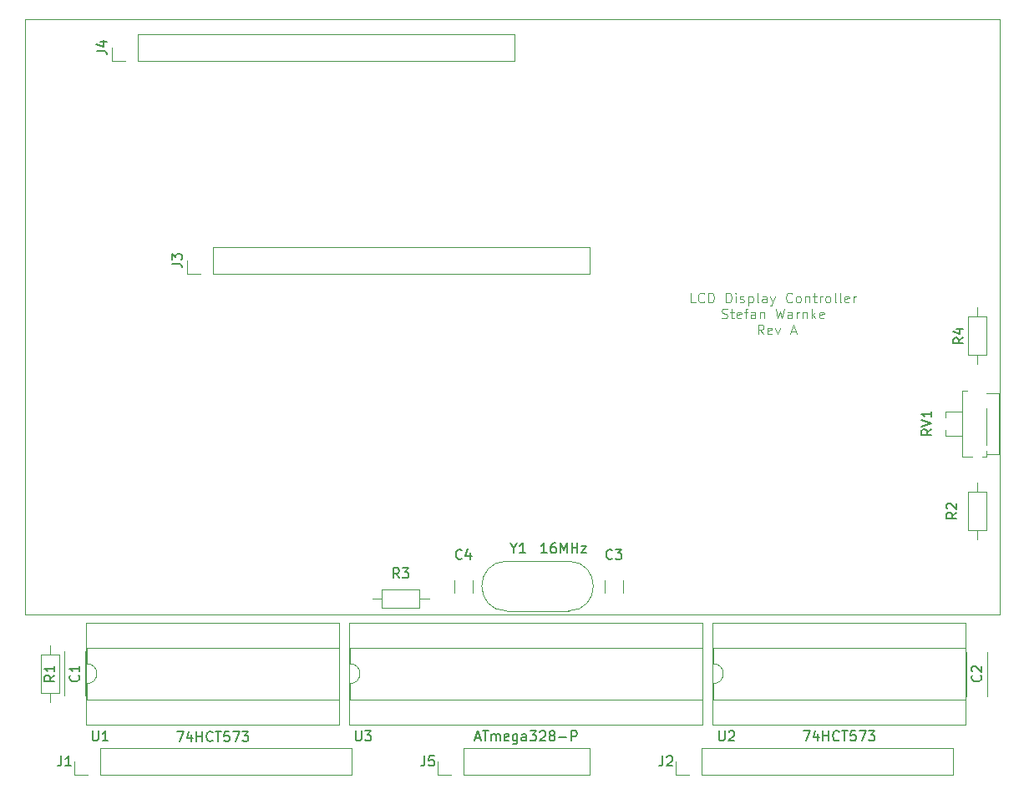
<source format=gbr>
%TF.GenerationSoftware,KiCad,Pcbnew,9.0.6*%
%TF.CreationDate,2025-12-13T09:12:38-08:00*%
%TF.ProjectId,LCDdisplayController,4c434464-6973-4706-9c61-79436f6e7472,rev?*%
%TF.SameCoordinates,Original*%
%TF.FileFunction,Legend,Top*%
%TF.FilePolarity,Positive*%
%FSLAX46Y46*%
G04 Gerber Fmt 4.6, Leading zero omitted, Abs format (unit mm)*
G04 Created by KiCad (PCBNEW 9.0.6) date 2025-12-13 09:12:38*
%MOMM*%
%LPD*%
G01*
G04 APERTURE LIST*
%ADD10C,0.100000*%
%ADD11C,0.150000*%
%ADD12C,0.120000*%
G04 APERTURE END LIST*
D10*
X36830000Y-32717500D02*
X135636000Y-32717500D01*
X135636000Y-93042500D01*
X36830000Y-93042500D01*
X36830000Y-32717500D01*
X104791902Y-61422531D02*
X104315712Y-61422531D01*
X104315712Y-61422531D02*
X104315712Y-60422531D01*
X105696664Y-61327292D02*
X105649045Y-61374912D01*
X105649045Y-61374912D02*
X105506188Y-61422531D01*
X105506188Y-61422531D02*
X105410950Y-61422531D01*
X105410950Y-61422531D02*
X105268093Y-61374912D01*
X105268093Y-61374912D02*
X105172855Y-61279673D01*
X105172855Y-61279673D02*
X105125236Y-61184435D01*
X105125236Y-61184435D02*
X105077617Y-60993959D01*
X105077617Y-60993959D02*
X105077617Y-60851102D01*
X105077617Y-60851102D02*
X105125236Y-60660626D01*
X105125236Y-60660626D02*
X105172855Y-60565388D01*
X105172855Y-60565388D02*
X105268093Y-60470150D01*
X105268093Y-60470150D02*
X105410950Y-60422531D01*
X105410950Y-60422531D02*
X105506188Y-60422531D01*
X105506188Y-60422531D02*
X105649045Y-60470150D01*
X105649045Y-60470150D02*
X105696664Y-60517769D01*
X106125236Y-61422531D02*
X106125236Y-60422531D01*
X106125236Y-60422531D02*
X106363331Y-60422531D01*
X106363331Y-60422531D02*
X106506188Y-60470150D01*
X106506188Y-60470150D02*
X106601426Y-60565388D01*
X106601426Y-60565388D02*
X106649045Y-60660626D01*
X106649045Y-60660626D02*
X106696664Y-60851102D01*
X106696664Y-60851102D02*
X106696664Y-60993959D01*
X106696664Y-60993959D02*
X106649045Y-61184435D01*
X106649045Y-61184435D02*
X106601426Y-61279673D01*
X106601426Y-61279673D02*
X106506188Y-61374912D01*
X106506188Y-61374912D02*
X106363331Y-61422531D01*
X106363331Y-61422531D02*
X106125236Y-61422531D01*
X107887141Y-61422531D02*
X107887141Y-60422531D01*
X107887141Y-60422531D02*
X108125236Y-60422531D01*
X108125236Y-60422531D02*
X108268093Y-60470150D01*
X108268093Y-60470150D02*
X108363331Y-60565388D01*
X108363331Y-60565388D02*
X108410950Y-60660626D01*
X108410950Y-60660626D02*
X108458569Y-60851102D01*
X108458569Y-60851102D02*
X108458569Y-60993959D01*
X108458569Y-60993959D02*
X108410950Y-61184435D01*
X108410950Y-61184435D02*
X108363331Y-61279673D01*
X108363331Y-61279673D02*
X108268093Y-61374912D01*
X108268093Y-61374912D02*
X108125236Y-61422531D01*
X108125236Y-61422531D02*
X107887141Y-61422531D01*
X108887141Y-61422531D02*
X108887141Y-60755864D01*
X108887141Y-60422531D02*
X108839522Y-60470150D01*
X108839522Y-60470150D02*
X108887141Y-60517769D01*
X108887141Y-60517769D02*
X108934760Y-60470150D01*
X108934760Y-60470150D02*
X108887141Y-60422531D01*
X108887141Y-60422531D02*
X108887141Y-60517769D01*
X109315712Y-61374912D02*
X109410950Y-61422531D01*
X109410950Y-61422531D02*
X109601426Y-61422531D01*
X109601426Y-61422531D02*
X109696664Y-61374912D01*
X109696664Y-61374912D02*
X109744283Y-61279673D01*
X109744283Y-61279673D02*
X109744283Y-61232054D01*
X109744283Y-61232054D02*
X109696664Y-61136816D01*
X109696664Y-61136816D02*
X109601426Y-61089197D01*
X109601426Y-61089197D02*
X109458569Y-61089197D01*
X109458569Y-61089197D02*
X109363331Y-61041578D01*
X109363331Y-61041578D02*
X109315712Y-60946340D01*
X109315712Y-60946340D02*
X109315712Y-60898721D01*
X109315712Y-60898721D02*
X109363331Y-60803483D01*
X109363331Y-60803483D02*
X109458569Y-60755864D01*
X109458569Y-60755864D02*
X109601426Y-60755864D01*
X109601426Y-60755864D02*
X109696664Y-60803483D01*
X110172855Y-60755864D02*
X110172855Y-61755864D01*
X110172855Y-60803483D02*
X110268093Y-60755864D01*
X110268093Y-60755864D02*
X110458569Y-60755864D01*
X110458569Y-60755864D02*
X110553807Y-60803483D01*
X110553807Y-60803483D02*
X110601426Y-60851102D01*
X110601426Y-60851102D02*
X110649045Y-60946340D01*
X110649045Y-60946340D02*
X110649045Y-61232054D01*
X110649045Y-61232054D02*
X110601426Y-61327292D01*
X110601426Y-61327292D02*
X110553807Y-61374912D01*
X110553807Y-61374912D02*
X110458569Y-61422531D01*
X110458569Y-61422531D02*
X110268093Y-61422531D01*
X110268093Y-61422531D02*
X110172855Y-61374912D01*
X111220474Y-61422531D02*
X111125236Y-61374912D01*
X111125236Y-61374912D02*
X111077617Y-61279673D01*
X111077617Y-61279673D02*
X111077617Y-60422531D01*
X112029998Y-61422531D02*
X112029998Y-60898721D01*
X112029998Y-60898721D02*
X111982379Y-60803483D01*
X111982379Y-60803483D02*
X111887141Y-60755864D01*
X111887141Y-60755864D02*
X111696665Y-60755864D01*
X111696665Y-60755864D02*
X111601427Y-60803483D01*
X112029998Y-61374912D02*
X111934760Y-61422531D01*
X111934760Y-61422531D02*
X111696665Y-61422531D01*
X111696665Y-61422531D02*
X111601427Y-61374912D01*
X111601427Y-61374912D02*
X111553808Y-61279673D01*
X111553808Y-61279673D02*
X111553808Y-61184435D01*
X111553808Y-61184435D02*
X111601427Y-61089197D01*
X111601427Y-61089197D02*
X111696665Y-61041578D01*
X111696665Y-61041578D02*
X111934760Y-61041578D01*
X111934760Y-61041578D02*
X112029998Y-60993959D01*
X112410951Y-60755864D02*
X112649046Y-61422531D01*
X112887141Y-60755864D02*
X112649046Y-61422531D01*
X112649046Y-61422531D02*
X112553808Y-61660626D01*
X112553808Y-61660626D02*
X112506189Y-61708245D01*
X112506189Y-61708245D02*
X112410951Y-61755864D01*
X114601427Y-61327292D02*
X114553808Y-61374912D01*
X114553808Y-61374912D02*
X114410951Y-61422531D01*
X114410951Y-61422531D02*
X114315713Y-61422531D01*
X114315713Y-61422531D02*
X114172856Y-61374912D01*
X114172856Y-61374912D02*
X114077618Y-61279673D01*
X114077618Y-61279673D02*
X114029999Y-61184435D01*
X114029999Y-61184435D02*
X113982380Y-60993959D01*
X113982380Y-60993959D02*
X113982380Y-60851102D01*
X113982380Y-60851102D02*
X114029999Y-60660626D01*
X114029999Y-60660626D02*
X114077618Y-60565388D01*
X114077618Y-60565388D02*
X114172856Y-60470150D01*
X114172856Y-60470150D02*
X114315713Y-60422531D01*
X114315713Y-60422531D02*
X114410951Y-60422531D01*
X114410951Y-60422531D02*
X114553808Y-60470150D01*
X114553808Y-60470150D02*
X114601427Y-60517769D01*
X115172856Y-61422531D02*
X115077618Y-61374912D01*
X115077618Y-61374912D02*
X115029999Y-61327292D01*
X115029999Y-61327292D02*
X114982380Y-61232054D01*
X114982380Y-61232054D02*
X114982380Y-60946340D01*
X114982380Y-60946340D02*
X115029999Y-60851102D01*
X115029999Y-60851102D02*
X115077618Y-60803483D01*
X115077618Y-60803483D02*
X115172856Y-60755864D01*
X115172856Y-60755864D02*
X115315713Y-60755864D01*
X115315713Y-60755864D02*
X115410951Y-60803483D01*
X115410951Y-60803483D02*
X115458570Y-60851102D01*
X115458570Y-60851102D02*
X115506189Y-60946340D01*
X115506189Y-60946340D02*
X115506189Y-61232054D01*
X115506189Y-61232054D02*
X115458570Y-61327292D01*
X115458570Y-61327292D02*
X115410951Y-61374912D01*
X115410951Y-61374912D02*
X115315713Y-61422531D01*
X115315713Y-61422531D02*
X115172856Y-61422531D01*
X115934761Y-60755864D02*
X115934761Y-61422531D01*
X115934761Y-60851102D02*
X115982380Y-60803483D01*
X115982380Y-60803483D02*
X116077618Y-60755864D01*
X116077618Y-60755864D02*
X116220475Y-60755864D01*
X116220475Y-60755864D02*
X116315713Y-60803483D01*
X116315713Y-60803483D02*
X116363332Y-60898721D01*
X116363332Y-60898721D02*
X116363332Y-61422531D01*
X116696666Y-60755864D02*
X117077618Y-60755864D01*
X116839523Y-60422531D02*
X116839523Y-61279673D01*
X116839523Y-61279673D02*
X116887142Y-61374912D01*
X116887142Y-61374912D02*
X116982380Y-61422531D01*
X116982380Y-61422531D02*
X117077618Y-61422531D01*
X117410952Y-61422531D02*
X117410952Y-60755864D01*
X117410952Y-60946340D02*
X117458571Y-60851102D01*
X117458571Y-60851102D02*
X117506190Y-60803483D01*
X117506190Y-60803483D02*
X117601428Y-60755864D01*
X117601428Y-60755864D02*
X117696666Y-60755864D01*
X118172857Y-61422531D02*
X118077619Y-61374912D01*
X118077619Y-61374912D02*
X118030000Y-61327292D01*
X118030000Y-61327292D02*
X117982381Y-61232054D01*
X117982381Y-61232054D02*
X117982381Y-60946340D01*
X117982381Y-60946340D02*
X118030000Y-60851102D01*
X118030000Y-60851102D02*
X118077619Y-60803483D01*
X118077619Y-60803483D02*
X118172857Y-60755864D01*
X118172857Y-60755864D02*
X118315714Y-60755864D01*
X118315714Y-60755864D02*
X118410952Y-60803483D01*
X118410952Y-60803483D02*
X118458571Y-60851102D01*
X118458571Y-60851102D02*
X118506190Y-60946340D01*
X118506190Y-60946340D02*
X118506190Y-61232054D01*
X118506190Y-61232054D02*
X118458571Y-61327292D01*
X118458571Y-61327292D02*
X118410952Y-61374912D01*
X118410952Y-61374912D02*
X118315714Y-61422531D01*
X118315714Y-61422531D02*
X118172857Y-61422531D01*
X119077619Y-61422531D02*
X118982381Y-61374912D01*
X118982381Y-61374912D02*
X118934762Y-61279673D01*
X118934762Y-61279673D02*
X118934762Y-60422531D01*
X119601429Y-61422531D02*
X119506191Y-61374912D01*
X119506191Y-61374912D02*
X119458572Y-61279673D01*
X119458572Y-61279673D02*
X119458572Y-60422531D01*
X120363334Y-61374912D02*
X120268096Y-61422531D01*
X120268096Y-61422531D02*
X120077620Y-61422531D01*
X120077620Y-61422531D02*
X119982382Y-61374912D01*
X119982382Y-61374912D02*
X119934763Y-61279673D01*
X119934763Y-61279673D02*
X119934763Y-60898721D01*
X119934763Y-60898721D02*
X119982382Y-60803483D01*
X119982382Y-60803483D02*
X120077620Y-60755864D01*
X120077620Y-60755864D02*
X120268096Y-60755864D01*
X120268096Y-60755864D02*
X120363334Y-60803483D01*
X120363334Y-60803483D02*
X120410953Y-60898721D01*
X120410953Y-60898721D02*
X120410953Y-60993959D01*
X120410953Y-60993959D02*
X119934763Y-61089197D01*
X120839525Y-61422531D02*
X120839525Y-60755864D01*
X120839525Y-60946340D02*
X120887144Y-60851102D01*
X120887144Y-60851102D02*
X120934763Y-60803483D01*
X120934763Y-60803483D02*
X121030001Y-60755864D01*
X121030001Y-60755864D02*
X121125239Y-60755864D01*
X107458570Y-62984856D02*
X107601427Y-63032475D01*
X107601427Y-63032475D02*
X107839522Y-63032475D01*
X107839522Y-63032475D02*
X107934760Y-62984856D01*
X107934760Y-62984856D02*
X107982379Y-62937236D01*
X107982379Y-62937236D02*
X108029998Y-62841998D01*
X108029998Y-62841998D02*
X108029998Y-62746760D01*
X108029998Y-62746760D02*
X107982379Y-62651522D01*
X107982379Y-62651522D02*
X107934760Y-62603903D01*
X107934760Y-62603903D02*
X107839522Y-62556284D01*
X107839522Y-62556284D02*
X107649046Y-62508665D01*
X107649046Y-62508665D02*
X107553808Y-62461046D01*
X107553808Y-62461046D02*
X107506189Y-62413427D01*
X107506189Y-62413427D02*
X107458570Y-62318189D01*
X107458570Y-62318189D02*
X107458570Y-62222951D01*
X107458570Y-62222951D02*
X107506189Y-62127713D01*
X107506189Y-62127713D02*
X107553808Y-62080094D01*
X107553808Y-62080094D02*
X107649046Y-62032475D01*
X107649046Y-62032475D02*
X107887141Y-62032475D01*
X107887141Y-62032475D02*
X108029998Y-62080094D01*
X108315713Y-62365808D02*
X108696665Y-62365808D01*
X108458570Y-62032475D02*
X108458570Y-62889617D01*
X108458570Y-62889617D02*
X108506189Y-62984856D01*
X108506189Y-62984856D02*
X108601427Y-63032475D01*
X108601427Y-63032475D02*
X108696665Y-63032475D01*
X109410951Y-62984856D02*
X109315713Y-63032475D01*
X109315713Y-63032475D02*
X109125237Y-63032475D01*
X109125237Y-63032475D02*
X109029999Y-62984856D01*
X109029999Y-62984856D02*
X108982380Y-62889617D01*
X108982380Y-62889617D02*
X108982380Y-62508665D01*
X108982380Y-62508665D02*
X109029999Y-62413427D01*
X109029999Y-62413427D02*
X109125237Y-62365808D01*
X109125237Y-62365808D02*
X109315713Y-62365808D01*
X109315713Y-62365808D02*
X109410951Y-62413427D01*
X109410951Y-62413427D02*
X109458570Y-62508665D01*
X109458570Y-62508665D02*
X109458570Y-62603903D01*
X109458570Y-62603903D02*
X108982380Y-62699141D01*
X109744285Y-62365808D02*
X110125237Y-62365808D01*
X109887142Y-63032475D02*
X109887142Y-62175332D01*
X109887142Y-62175332D02*
X109934761Y-62080094D01*
X109934761Y-62080094D02*
X110029999Y-62032475D01*
X110029999Y-62032475D02*
X110125237Y-62032475D01*
X110887142Y-63032475D02*
X110887142Y-62508665D01*
X110887142Y-62508665D02*
X110839523Y-62413427D01*
X110839523Y-62413427D02*
X110744285Y-62365808D01*
X110744285Y-62365808D02*
X110553809Y-62365808D01*
X110553809Y-62365808D02*
X110458571Y-62413427D01*
X110887142Y-62984856D02*
X110791904Y-63032475D01*
X110791904Y-63032475D02*
X110553809Y-63032475D01*
X110553809Y-63032475D02*
X110458571Y-62984856D01*
X110458571Y-62984856D02*
X110410952Y-62889617D01*
X110410952Y-62889617D02*
X110410952Y-62794379D01*
X110410952Y-62794379D02*
X110458571Y-62699141D01*
X110458571Y-62699141D02*
X110553809Y-62651522D01*
X110553809Y-62651522D02*
X110791904Y-62651522D01*
X110791904Y-62651522D02*
X110887142Y-62603903D01*
X111363333Y-62365808D02*
X111363333Y-63032475D01*
X111363333Y-62461046D02*
X111410952Y-62413427D01*
X111410952Y-62413427D02*
X111506190Y-62365808D01*
X111506190Y-62365808D02*
X111649047Y-62365808D01*
X111649047Y-62365808D02*
X111744285Y-62413427D01*
X111744285Y-62413427D02*
X111791904Y-62508665D01*
X111791904Y-62508665D02*
X111791904Y-63032475D01*
X112934762Y-62032475D02*
X113172857Y-63032475D01*
X113172857Y-63032475D02*
X113363333Y-62318189D01*
X113363333Y-62318189D02*
X113553809Y-63032475D01*
X113553809Y-63032475D02*
X113791905Y-62032475D01*
X114601428Y-63032475D02*
X114601428Y-62508665D01*
X114601428Y-62508665D02*
X114553809Y-62413427D01*
X114553809Y-62413427D02*
X114458571Y-62365808D01*
X114458571Y-62365808D02*
X114268095Y-62365808D01*
X114268095Y-62365808D02*
X114172857Y-62413427D01*
X114601428Y-62984856D02*
X114506190Y-63032475D01*
X114506190Y-63032475D02*
X114268095Y-63032475D01*
X114268095Y-63032475D02*
X114172857Y-62984856D01*
X114172857Y-62984856D02*
X114125238Y-62889617D01*
X114125238Y-62889617D02*
X114125238Y-62794379D01*
X114125238Y-62794379D02*
X114172857Y-62699141D01*
X114172857Y-62699141D02*
X114268095Y-62651522D01*
X114268095Y-62651522D02*
X114506190Y-62651522D01*
X114506190Y-62651522D02*
X114601428Y-62603903D01*
X115077619Y-63032475D02*
X115077619Y-62365808D01*
X115077619Y-62556284D02*
X115125238Y-62461046D01*
X115125238Y-62461046D02*
X115172857Y-62413427D01*
X115172857Y-62413427D02*
X115268095Y-62365808D01*
X115268095Y-62365808D02*
X115363333Y-62365808D01*
X115696667Y-62365808D02*
X115696667Y-63032475D01*
X115696667Y-62461046D02*
X115744286Y-62413427D01*
X115744286Y-62413427D02*
X115839524Y-62365808D01*
X115839524Y-62365808D02*
X115982381Y-62365808D01*
X115982381Y-62365808D02*
X116077619Y-62413427D01*
X116077619Y-62413427D02*
X116125238Y-62508665D01*
X116125238Y-62508665D02*
X116125238Y-63032475D01*
X116601429Y-63032475D02*
X116601429Y-62032475D01*
X116696667Y-62651522D02*
X116982381Y-63032475D01*
X116982381Y-62365808D02*
X116601429Y-62746760D01*
X117791905Y-62984856D02*
X117696667Y-63032475D01*
X117696667Y-63032475D02*
X117506191Y-63032475D01*
X117506191Y-63032475D02*
X117410953Y-62984856D01*
X117410953Y-62984856D02*
X117363334Y-62889617D01*
X117363334Y-62889617D02*
X117363334Y-62508665D01*
X117363334Y-62508665D02*
X117410953Y-62413427D01*
X117410953Y-62413427D02*
X117506191Y-62365808D01*
X117506191Y-62365808D02*
X117696667Y-62365808D01*
X117696667Y-62365808D02*
X117791905Y-62413427D01*
X117791905Y-62413427D02*
X117839524Y-62508665D01*
X117839524Y-62508665D02*
X117839524Y-62603903D01*
X117839524Y-62603903D02*
X117363334Y-62699141D01*
X111720475Y-64642419D02*
X111387142Y-64166228D01*
X111149047Y-64642419D02*
X111149047Y-63642419D01*
X111149047Y-63642419D02*
X111529999Y-63642419D01*
X111529999Y-63642419D02*
X111625237Y-63690038D01*
X111625237Y-63690038D02*
X111672856Y-63737657D01*
X111672856Y-63737657D02*
X111720475Y-63832895D01*
X111720475Y-63832895D02*
X111720475Y-63975752D01*
X111720475Y-63975752D02*
X111672856Y-64070990D01*
X111672856Y-64070990D02*
X111625237Y-64118609D01*
X111625237Y-64118609D02*
X111529999Y-64166228D01*
X111529999Y-64166228D02*
X111149047Y-64166228D01*
X112529999Y-64594800D02*
X112434761Y-64642419D01*
X112434761Y-64642419D02*
X112244285Y-64642419D01*
X112244285Y-64642419D02*
X112149047Y-64594800D01*
X112149047Y-64594800D02*
X112101428Y-64499561D01*
X112101428Y-64499561D02*
X112101428Y-64118609D01*
X112101428Y-64118609D02*
X112149047Y-64023371D01*
X112149047Y-64023371D02*
X112244285Y-63975752D01*
X112244285Y-63975752D02*
X112434761Y-63975752D01*
X112434761Y-63975752D02*
X112529999Y-64023371D01*
X112529999Y-64023371D02*
X112577618Y-64118609D01*
X112577618Y-64118609D02*
X112577618Y-64213847D01*
X112577618Y-64213847D02*
X112101428Y-64309085D01*
X112910952Y-63975752D02*
X113149047Y-64642419D01*
X113149047Y-64642419D02*
X113387142Y-63975752D01*
X114482381Y-64356704D02*
X114958571Y-64356704D01*
X114387143Y-64642419D02*
X114720476Y-63642419D01*
X114720476Y-63642419D02*
X115053809Y-64642419D01*
D11*
X70358095Y-104864819D02*
X70358095Y-105674342D01*
X70358095Y-105674342D02*
X70405714Y-105769580D01*
X70405714Y-105769580D02*
X70453333Y-105817200D01*
X70453333Y-105817200D02*
X70548571Y-105864819D01*
X70548571Y-105864819D02*
X70739047Y-105864819D01*
X70739047Y-105864819D02*
X70834285Y-105817200D01*
X70834285Y-105817200D02*
X70881904Y-105769580D01*
X70881904Y-105769580D02*
X70929523Y-105674342D01*
X70929523Y-105674342D02*
X70929523Y-104864819D01*
X71310476Y-104864819D02*
X71929523Y-104864819D01*
X71929523Y-104864819D02*
X71596190Y-105245771D01*
X71596190Y-105245771D02*
X71739047Y-105245771D01*
X71739047Y-105245771D02*
X71834285Y-105293390D01*
X71834285Y-105293390D02*
X71881904Y-105341009D01*
X71881904Y-105341009D02*
X71929523Y-105436247D01*
X71929523Y-105436247D02*
X71929523Y-105674342D01*
X71929523Y-105674342D02*
X71881904Y-105769580D01*
X71881904Y-105769580D02*
X71834285Y-105817200D01*
X71834285Y-105817200D02*
X71739047Y-105864819D01*
X71739047Y-105864819D02*
X71453333Y-105864819D01*
X71453333Y-105864819D02*
X71358095Y-105817200D01*
X71358095Y-105817200D02*
X71310476Y-105769580D01*
X82463333Y-105579104D02*
X82939523Y-105579104D01*
X82368095Y-105864819D02*
X82701428Y-104864819D01*
X82701428Y-104864819D02*
X83034761Y-105864819D01*
X83225238Y-104864819D02*
X83796666Y-104864819D01*
X83510952Y-105864819D02*
X83510952Y-104864819D01*
X84130000Y-105864819D02*
X84130000Y-105198152D01*
X84130000Y-105293390D02*
X84177619Y-105245771D01*
X84177619Y-105245771D02*
X84272857Y-105198152D01*
X84272857Y-105198152D02*
X84415714Y-105198152D01*
X84415714Y-105198152D02*
X84510952Y-105245771D01*
X84510952Y-105245771D02*
X84558571Y-105341009D01*
X84558571Y-105341009D02*
X84558571Y-105864819D01*
X84558571Y-105341009D02*
X84606190Y-105245771D01*
X84606190Y-105245771D02*
X84701428Y-105198152D01*
X84701428Y-105198152D02*
X84844285Y-105198152D01*
X84844285Y-105198152D02*
X84939524Y-105245771D01*
X84939524Y-105245771D02*
X84987143Y-105341009D01*
X84987143Y-105341009D02*
X84987143Y-105864819D01*
X85844285Y-105817200D02*
X85749047Y-105864819D01*
X85749047Y-105864819D02*
X85558571Y-105864819D01*
X85558571Y-105864819D02*
X85463333Y-105817200D01*
X85463333Y-105817200D02*
X85415714Y-105721961D01*
X85415714Y-105721961D02*
X85415714Y-105341009D01*
X85415714Y-105341009D02*
X85463333Y-105245771D01*
X85463333Y-105245771D02*
X85558571Y-105198152D01*
X85558571Y-105198152D02*
X85749047Y-105198152D01*
X85749047Y-105198152D02*
X85844285Y-105245771D01*
X85844285Y-105245771D02*
X85891904Y-105341009D01*
X85891904Y-105341009D02*
X85891904Y-105436247D01*
X85891904Y-105436247D02*
X85415714Y-105531485D01*
X86749047Y-105198152D02*
X86749047Y-106007676D01*
X86749047Y-106007676D02*
X86701428Y-106102914D01*
X86701428Y-106102914D02*
X86653809Y-106150533D01*
X86653809Y-106150533D02*
X86558571Y-106198152D01*
X86558571Y-106198152D02*
X86415714Y-106198152D01*
X86415714Y-106198152D02*
X86320476Y-106150533D01*
X86749047Y-105817200D02*
X86653809Y-105864819D01*
X86653809Y-105864819D02*
X86463333Y-105864819D01*
X86463333Y-105864819D02*
X86368095Y-105817200D01*
X86368095Y-105817200D02*
X86320476Y-105769580D01*
X86320476Y-105769580D02*
X86272857Y-105674342D01*
X86272857Y-105674342D02*
X86272857Y-105388628D01*
X86272857Y-105388628D02*
X86320476Y-105293390D01*
X86320476Y-105293390D02*
X86368095Y-105245771D01*
X86368095Y-105245771D02*
X86463333Y-105198152D01*
X86463333Y-105198152D02*
X86653809Y-105198152D01*
X86653809Y-105198152D02*
X86749047Y-105245771D01*
X87653809Y-105864819D02*
X87653809Y-105341009D01*
X87653809Y-105341009D02*
X87606190Y-105245771D01*
X87606190Y-105245771D02*
X87510952Y-105198152D01*
X87510952Y-105198152D02*
X87320476Y-105198152D01*
X87320476Y-105198152D02*
X87225238Y-105245771D01*
X87653809Y-105817200D02*
X87558571Y-105864819D01*
X87558571Y-105864819D02*
X87320476Y-105864819D01*
X87320476Y-105864819D02*
X87225238Y-105817200D01*
X87225238Y-105817200D02*
X87177619Y-105721961D01*
X87177619Y-105721961D02*
X87177619Y-105626723D01*
X87177619Y-105626723D02*
X87225238Y-105531485D01*
X87225238Y-105531485D02*
X87320476Y-105483866D01*
X87320476Y-105483866D02*
X87558571Y-105483866D01*
X87558571Y-105483866D02*
X87653809Y-105436247D01*
X88034762Y-104864819D02*
X88653809Y-104864819D01*
X88653809Y-104864819D02*
X88320476Y-105245771D01*
X88320476Y-105245771D02*
X88463333Y-105245771D01*
X88463333Y-105245771D02*
X88558571Y-105293390D01*
X88558571Y-105293390D02*
X88606190Y-105341009D01*
X88606190Y-105341009D02*
X88653809Y-105436247D01*
X88653809Y-105436247D02*
X88653809Y-105674342D01*
X88653809Y-105674342D02*
X88606190Y-105769580D01*
X88606190Y-105769580D02*
X88558571Y-105817200D01*
X88558571Y-105817200D02*
X88463333Y-105864819D01*
X88463333Y-105864819D02*
X88177619Y-105864819D01*
X88177619Y-105864819D02*
X88082381Y-105817200D01*
X88082381Y-105817200D02*
X88034762Y-105769580D01*
X89034762Y-104960057D02*
X89082381Y-104912438D01*
X89082381Y-104912438D02*
X89177619Y-104864819D01*
X89177619Y-104864819D02*
X89415714Y-104864819D01*
X89415714Y-104864819D02*
X89510952Y-104912438D01*
X89510952Y-104912438D02*
X89558571Y-104960057D01*
X89558571Y-104960057D02*
X89606190Y-105055295D01*
X89606190Y-105055295D02*
X89606190Y-105150533D01*
X89606190Y-105150533D02*
X89558571Y-105293390D01*
X89558571Y-105293390D02*
X88987143Y-105864819D01*
X88987143Y-105864819D02*
X89606190Y-105864819D01*
X90177619Y-105293390D02*
X90082381Y-105245771D01*
X90082381Y-105245771D02*
X90034762Y-105198152D01*
X90034762Y-105198152D02*
X89987143Y-105102914D01*
X89987143Y-105102914D02*
X89987143Y-105055295D01*
X89987143Y-105055295D02*
X90034762Y-104960057D01*
X90034762Y-104960057D02*
X90082381Y-104912438D01*
X90082381Y-104912438D02*
X90177619Y-104864819D01*
X90177619Y-104864819D02*
X90368095Y-104864819D01*
X90368095Y-104864819D02*
X90463333Y-104912438D01*
X90463333Y-104912438D02*
X90510952Y-104960057D01*
X90510952Y-104960057D02*
X90558571Y-105055295D01*
X90558571Y-105055295D02*
X90558571Y-105102914D01*
X90558571Y-105102914D02*
X90510952Y-105198152D01*
X90510952Y-105198152D02*
X90463333Y-105245771D01*
X90463333Y-105245771D02*
X90368095Y-105293390D01*
X90368095Y-105293390D02*
X90177619Y-105293390D01*
X90177619Y-105293390D02*
X90082381Y-105341009D01*
X90082381Y-105341009D02*
X90034762Y-105388628D01*
X90034762Y-105388628D02*
X89987143Y-105483866D01*
X89987143Y-105483866D02*
X89987143Y-105674342D01*
X89987143Y-105674342D02*
X90034762Y-105769580D01*
X90034762Y-105769580D02*
X90082381Y-105817200D01*
X90082381Y-105817200D02*
X90177619Y-105864819D01*
X90177619Y-105864819D02*
X90368095Y-105864819D01*
X90368095Y-105864819D02*
X90463333Y-105817200D01*
X90463333Y-105817200D02*
X90510952Y-105769580D01*
X90510952Y-105769580D02*
X90558571Y-105674342D01*
X90558571Y-105674342D02*
X90558571Y-105483866D01*
X90558571Y-105483866D02*
X90510952Y-105388628D01*
X90510952Y-105388628D02*
X90463333Y-105341009D01*
X90463333Y-105341009D02*
X90368095Y-105293390D01*
X90987143Y-105483866D02*
X91749048Y-105483866D01*
X92225238Y-105864819D02*
X92225238Y-104864819D01*
X92225238Y-104864819D02*
X92606190Y-104864819D01*
X92606190Y-104864819D02*
X92701428Y-104912438D01*
X92701428Y-104912438D02*
X92749047Y-104960057D01*
X92749047Y-104960057D02*
X92796666Y-105055295D01*
X92796666Y-105055295D02*
X92796666Y-105198152D01*
X92796666Y-105198152D02*
X92749047Y-105293390D01*
X92749047Y-105293390D02*
X92701428Y-105341009D01*
X92701428Y-105341009D02*
X92606190Y-105388628D01*
X92606190Y-105388628D02*
X92225238Y-105388628D01*
X42269580Y-99226666D02*
X42317200Y-99274285D01*
X42317200Y-99274285D02*
X42364819Y-99417142D01*
X42364819Y-99417142D02*
X42364819Y-99512380D01*
X42364819Y-99512380D02*
X42317200Y-99655237D01*
X42317200Y-99655237D02*
X42221961Y-99750475D01*
X42221961Y-99750475D02*
X42126723Y-99798094D01*
X42126723Y-99798094D02*
X41936247Y-99845713D01*
X41936247Y-99845713D02*
X41793390Y-99845713D01*
X41793390Y-99845713D02*
X41602914Y-99798094D01*
X41602914Y-99798094D02*
X41507676Y-99750475D01*
X41507676Y-99750475D02*
X41412438Y-99655237D01*
X41412438Y-99655237D02*
X41364819Y-99512380D01*
X41364819Y-99512380D02*
X41364819Y-99417142D01*
X41364819Y-99417142D02*
X41412438Y-99274285D01*
X41412438Y-99274285D02*
X41460057Y-99226666D01*
X42364819Y-98274285D02*
X42364819Y-98845713D01*
X42364819Y-98559999D02*
X41364819Y-98559999D01*
X41364819Y-98559999D02*
X41507676Y-98655237D01*
X41507676Y-98655237D02*
X41602914Y-98750475D01*
X41602914Y-98750475D02*
X41650533Y-98845713D01*
X86366409Y-86338628D02*
X86366409Y-86814819D01*
X86033076Y-85814819D02*
X86366409Y-86338628D01*
X86366409Y-86338628D02*
X86699742Y-85814819D01*
X87556885Y-86814819D02*
X86985457Y-86814819D01*
X87271171Y-86814819D02*
X87271171Y-85814819D01*
X87271171Y-85814819D02*
X87175933Y-85957676D01*
X87175933Y-85957676D02*
X87080695Y-86052914D01*
X87080695Y-86052914D02*
X86985457Y-86100533D01*
X89749523Y-86814819D02*
X89178095Y-86814819D01*
X89463809Y-86814819D02*
X89463809Y-85814819D01*
X89463809Y-85814819D02*
X89368571Y-85957676D01*
X89368571Y-85957676D02*
X89273333Y-86052914D01*
X89273333Y-86052914D02*
X89178095Y-86100533D01*
X90606666Y-85814819D02*
X90416190Y-85814819D01*
X90416190Y-85814819D02*
X90320952Y-85862438D01*
X90320952Y-85862438D02*
X90273333Y-85910057D01*
X90273333Y-85910057D02*
X90178095Y-86052914D01*
X90178095Y-86052914D02*
X90130476Y-86243390D01*
X90130476Y-86243390D02*
X90130476Y-86624342D01*
X90130476Y-86624342D02*
X90178095Y-86719580D01*
X90178095Y-86719580D02*
X90225714Y-86767200D01*
X90225714Y-86767200D02*
X90320952Y-86814819D01*
X90320952Y-86814819D02*
X90511428Y-86814819D01*
X90511428Y-86814819D02*
X90606666Y-86767200D01*
X90606666Y-86767200D02*
X90654285Y-86719580D01*
X90654285Y-86719580D02*
X90701904Y-86624342D01*
X90701904Y-86624342D02*
X90701904Y-86386247D01*
X90701904Y-86386247D02*
X90654285Y-86291009D01*
X90654285Y-86291009D02*
X90606666Y-86243390D01*
X90606666Y-86243390D02*
X90511428Y-86195771D01*
X90511428Y-86195771D02*
X90320952Y-86195771D01*
X90320952Y-86195771D02*
X90225714Y-86243390D01*
X90225714Y-86243390D02*
X90178095Y-86291009D01*
X90178095Y-86291009D02*
X90130476Y-86386247D01*
X91130476Y-86814819D02*
X91130476Y-85814819D01*
X91130476Y-85814819D02*
X91463809Y-86529104D01*
X91463809Y-86529104D02*
X91797142Y-85814819D01*
X91797142Y-85814819D02*
X91797142Y-86814819D01*
X92273333Y-86814819D02*
X92273333Y-85814819D01*
X92273333Y-86291009D02*
X92844761Y-86291009D01*
X92844761Y-86814819D02*
X92844761Y-85814819D01*
X93225714Y-86148152D02*
X93749523Y-86148152D01*
X93749523Y-86148152D02*
X93225714Y-86814819D01*
X93225714Y-86814819D02*
X93749523Y-86814819D01*
X40516666Y-107404819D02*
X40516666Y-108119104D01*
X40516666Y-108119104D02*
X40469047Y-108261961D01*
X40469047Y-108261961D02*
X40373809Y-108357200D01*
X40373809Y-108357200D02*
X40230952Y-108404819D01*
X40230952Y-108404819D02*
X40135714Y-108404819D01*
X41516666Y-108404819D02*
X40945238Y-108404819D01*
X41230952Y-108404819D02*
X41230952Y-107404819D01*
X41230952Y-107404819D02*
X41135714Y-107547676D01*
X41135714Y-107547676D02*
X41040476Y-107642914D01*
X41040476Y-107642914D02*
X40945238Y-107690533D01*
X43688095Y-104864819D02*
X43688095Y-105674342D01*
X43688095Y-105674342D02*
X43735714Y-105769580D01*
X43735714Y-105769580D02*
X43783333Y-105817200D01*
X43783333Y-105817200D02*
X43878571Y-105864819D01*
X43878571Y-105864819D02*
X44069047Y-105864819D01*
X44069047Y-105864819D02*
X44164285Y-105817200D01*
X44164285Y-105817200D02*
X44211904Y-105769580D01*
X44211904Y-105769580D02*
X44259523Y-105674342D01*
X44259523Y-105674342D02*
X44259523Y-104864819D01*
X45259523Y-105864819D02*
X44688095Y-105864819D01*
X44973809Y-105864819D02*
X44973809Y-104864819D01*
X44973809Y-104864819D02*
X44878571Y-105007676D01*
X44878571Y-105007676D02*
X44783333Y-105102914D01*
X44783333Y-105102914D02*
X44688095Y-105150533D01*
X52237143Y-104915619D02*
X52903809Y-104915619D01*
X52903809Y-104915619D02*
X52475238Y-105915619D01*
X53713333Y-105248952D02*
X53713333Y-105915619D01*
X53475238Y-104868000D02*
X53237143Y-105582285D01*
X53237143Y-105582285D02*
X53856190Y-105582285D01*
X54237143Y-105915619D02*
X54237143Y-104915619D01*
X54237143Y-105391809D02*
X54808571Y-105391809D01*
X54808571Y-105915619D02*
X54808571Y-104915619D01*
X55856190Y-105820380D02*
X55808571Y-105868000D01*
X55808571Y-105868000D02*
X55665714Y-105915619D01*
X55665714Y-105915619D02*
X55570476Y-105915619D01*
X55570476Y-105915619D02*
X55427619Y-105868000D01*
X55427619Y-105868000D02*
X55332381Y-105772761D01*
X55332381Y-105772761D02*
X55284762Y-105677523D01*
X55284762Y-105677523D02*
X55237143Y-105487047D01*
X55237143Y-105487047D02*
X55237143Y-105344190D01*
X55237143Y-105344190D02*
X55284762Y-105153714D01*
X55284762Y-105153714D02*
X55332381Y-105058476D01*
X55332381Y-105058476D02*
X55427619Y-104963238D01*
X55427619Y-104963238D02*
X55570476Y-104915619D01*
X55570476Y-104915619D02*
X55665714Y-104915619D01*
X55665714Y-104915619D02*
X55808571Y-104963238D01*
X55808571Y-104963238D02*
X55856190Y-105010857D01*
X56141905Y-104915619D02*
X56713333Y-104915619D01*
X56427619Y-105915619D02*
X56427619Y-104915619D01*
X57522857Y-104915619D02*
X57046667Y-104915619D01*
X57046667Y-104915619D02*
X56999048Y-105391809D01*
X56999048Y-105391809D02*
X57046667Y-105344190D01*
X57046667Y-105344190D02*
X57141905Y-105296571D01*
X57141905Y-105296571D02*
X57380000Y-105296571D01*
X57380000Y-105296571D02*
X57475238Y-105344190D01*
X57475238Y-105344190D02*
X57522857Y-105391809D01*
X57522857Y-105391809D02*
X57570476Y-105487047D01*
X57570476Y-105487047D02*
X57570476Y-105725142D01*
X57570476Y-105725142D02*
X57522857Y-105820380D01*
X57522857Y-105820380D02*
X57475238Y-105868000D01*
X57475238Y-105868000D02*
X57380000Y-105915619D01*
X57380000Y-105915619D02*
X57141905Y-105915619D01*
X57141905Y-105915619D02*
X57046667Y-105868000D01*
X57046667Y-105868000D02*
X56999048Y-105820380D01*
X57903810Y-104915619D02*
X58570476Y-104915619D01*
X58570476Y-104915619D02*
X58141905Y-105915619D01*
X58856191Y-104915619D02*
X59475238Y-104915619D01*
X59475238Y-104915619D02*
X59141905Y-105296571D01*
X59141905Y-105296571D02*
X59284762Y-105296571D01*
X59284762Y-105296571D02*
X59380000Y-105344190D01*
X59380000Y-105344190D02*
X59427619Y-105391809D01*
X59427619Y-105391809D02*
X59475238Y-105487047D01*
X59475238Y-105487047D02*
X59475238Y-105725142D01*
X59475238Y-105725142D02*
X59427619Y-105820380D01*
X59427619Y-105820380D02*
X59380000Y-105868000D01*
X59380000Y-105868000D02*
X59284762Y-105915619D01*
X59284762Y-105915619D02*
X58999048Y-105915619D01*
X58999048Y-105915619D02*
X58903810Y-105868000D01*
X58903810Y-105868000D02*
X58856191Y-105820380D01*
X131944819Y-64976666D02*
X131468628Y-65309999D01*
X131944819Y-65548094D02*
X130944819Y-65548094D01*
X130944819Y-65548094D02*
X130944819Y-65167142D01*
X130944819Y-65167142D02*
X130992438Y-65071904D01*
X130992438Y-65071904D02*
X131040057Y-65024285D01*
X131040057Y-65024285D02*
X131135295Y-64976666D01*
X131135295Y-64976666D02*
X131278152Y-64976666D01*
X131278152Y-64976666D02*
X131373390Y-65024285D01*
X131373390Y-65024285D02*
X131421009Y-65071904D01*
X131421009Y-65071904D02*
X131468628Y-65167142D01*
X131468628Y-65167142D02*
X131468628Y-65548094D01*
X131278152Y-64119523D02*
X131944819Y-64119523D01*
X130897200Y-64357618D02*
X131611485Y-64595713D01*
X131611485Y-64595713D02*
X131611485Y-63976666D01*
X39824819Y-99226666D02*
X39348628Y-99559999D01*
X39824819Y-99798094D02*
X38824819Y-99798094D01*
X38824819Y-99798094D02*
X38824819Y-99417142D01*
X38824819Y-99417142D02*
X38872438Y-99321904D01*
X38872438Y-99321904D02*
X38920057Y-99274285D01*
X38920057Y-99274285D02*
X39015295Y-99226666D01*
X39015295Y-99226666D02*
X39158152Y-99226666D01*
X39158152Y-99226666D02*
X39253390Y-99274285D01*
X39253390Y-99274285D02*
X39301009Y-99321904D01*
X39301009Y-99321904D02*
X39348628Y-99417142D01*
X39348628Y-99417142D02*
X39348628Y-99798094D01*
X39824819Y-98274285D02*
X39824819Y-98845713D01*
X39824819Y-98559999D02*
X38824819Y-98559999D01*
X38824819Y-98559999D02*
X38967676Y-98655237D01*
X38967676Y-98655237D02*
X39062914Y-98750475D01*
X39062914Y-98750475D02*
X39110533Y-98845713D01*
X107188095Y-104864819D02*
X107188095Y-105674342D01*
X107188095Y-105674342D02*
X107235714Y-105769580D01*
X107235714Y-105769580D02*
X107283333Y-105817200D01*
X107283333Y-105817200D02*
X107378571Y-105864819D01*
X107378571Y-105864819D02*
X107569047Y-105864819D01*
X107569047Y-105864819D02*
X107664285Y-105817200D01*
X107664285Y-105817200D02*
X107711904Y-105769580D01*
X107711904Y-105769580D02*
X107759523Y-105674342D01*
X107759523Y-105674342D02*
X107759523Y-104864819D01*
X108188095Y-104960057D02*
X108235714Y-104912438D01*
X108235714Y-104912438D02*
X108330952Y-104864819D01*
X108330952Y-104864819D02*
X108569047Y-104864819D01*
X108569047Y-104864819D02*
X108664285Y-104912438D01*
X108664285Y-104912438D02*
X108711904Y-104960057D01*
X108711904Y-104960057D02*
X108759523Y-105055295D01*
X108759523Y-105055295D02*
X108759523Y-105150533D01*
X108759523Y-105150533D02*
X108711904Y-105293390D01*
X108711904Y-105293390D02*
X108140476Y-105864819D01*
X108140476Y-105864819D02*
X108759523Y-105864819D01*
X115737143Y-104864819D02*
X116403809Y-104864819D01*
X116403809Y-104864819D02*
X115975238Y-105864819D01*
X117213333Y-105198152D02*
X117213333Y-105864819D01*
X116975238Y-104817200D02*
X116737143Y-105531485D01*
X116737143Y-105531485D02*
X117356190Y-105531485D01*
X117737143Y-105864819D02*
X117737143Y-104864819D01*
X117737143Y-105341009D02*
X118308571Y-105341009D01*
X118308571Y-105864819D02*
X118308571Y-104864819D01*
X119356190Y-105769580D02*
X119308571Y-105817200D01*
X119308571Y-105817200D02*
X119165714Y-105864819D01*
X119165714Y-105864819D02*
X119070476Y-105864819D01*
X119070476Y-105864819D02*
X118927619Y-105817200D01*
X118927619Y-105817200D02*
X118832381Y-105721961D01*
X118832381Y-105721961D02*
X118784762Y-105626723D01*
X118784762Y-105626723D02*
X118737143Y-105436247D01*
X118737143Y-105436247D02*
X118737143Y-105293390D01*
X118737143Y-105293390D02*
X118784762Y-105102914D01*
X118784762Y-105102914D02*
X118832381Y-105007676D01*
X118832381Y-105007676D02*
X118927619Y-104912438D01*
X118927619Y-104912438D02*
X119070476Y-104864819D01*
X119070476Y-104864819D02*
X119165714Y-104864819D01*
X119165714Y-104864819D02*
X119308571Y-104912438D01*
X119308571Y-104912438D02*
X119356190Y-104960057D01*
X119641905Y-104864819D02*
X120213333Y-104864819D01*
X119927619Y-105864819D02*
X119927619Y-104864819D01*
X121022857Y-104864819D02*
X120546667Y-104864819D01*
X120546667Y-104864819D02*
X120499048Y-105341009D01*
X120499048Y-105341009D02*
X120546667Y-105293390D01*
X120546667Y-105293390D02*
X120641905Y-105245771D01*
X120641905Y-105245771D02*
X120880000Y-105245771D01*
X120880000Y-105245771D02*
X120975238Y-105293390D01*
X120975238Y-105293390D02*
X121022857Y-105341009D01*
X121022857Y-105341009D02*
X121070476Y-105436247D01*
X121070476Y-105436247D02*
X121070476Y-105674342D01*
X121070476Y-105674342D02*
X121022857Y-105769580D01*
X121022857Y-105769580D02*
X120975238Y-105817200D01*
X120975238Y-105817200D02*
X120880000Y-105864819D01*
X120880000Y-105864819D02*
X120641905Y-105864819D01*
X120641905Y-105864819D02*
X120546667Y-105817200D01*
X120546667Y-105817200D02*
X120499048Y-105769580D01*
X121403810Y-104864819D02*
X122070476Y-104864819D01*
X122070476Y-104864819D02*
X121641905Y-105864819D01*
X122356191Y-104864819D02*
X122975238Y-104864819D01*
X122975238Y-104864819D02*
X122641905Y-105245771D01*
X122641905Y-105245771D02*
X122784762Y-105245771D01*
X122784762Y-105245771D02*
X122880000Y-105293390D01*
X122880000Y-105293390D02*
X122927619Y-105341009D01*
X122927619Y-105341009D02*
X122975238Y-105436247D01*
X122975238Y-105436247D02*
X122975238Y-105674342D01*
X122975238Y-105674342D02*
X122927619Y-105769580D01*
X122927619Y-105769580D02*
X122880000Y-105817200D01*
X122880000Y-105817200D02*
X122784762Y-105864819D01*
X122784762Y-105864819D02*
X122499048Y-105864819D01*
X122499048Y-105864819D02*
X122403810Y-105817200D01*
X122403810Y-105817200D02*
X122356191Y-105769580D01*
X133709580Y-99226666D02*
X133757200Y-99274285D01*
X133757200Y-99274285D02*
X133804819Y-99417142D01*
X133804819Y-99417142D02*
X133804819Y-99512380D01*
X133804819Y-99512380D02*
X133757200Y-99655237D01*
X133757200Y-99655237D02*
X133661961Y-99750475D01*
X133661961Y-99750475D02*
X133566723Y-99798094D01*
X133566723Y-99798094D02*
X133376247Y-99845713D01*
X133376247Y-99845713D02*
X133233390Y-99845713D01*
X133233390Y-99845713D02*
X133042914Y-99798094D01*
X133042914Y-99798094D02*
X132947676Y-99750475D01*
X132947676Y-99750475D02*
X132852438Y-99655237D01*
X132852438Y-99655237D02*
X132804819Y-99512380D01*
X132804819Y-99512380D02*
X132804819Y-99417142D01*
X132804819Y-99417142D02*
X132852438Y-99274285D01*
X132852438Y-99274285D02*
X132900057Y-99226666D01*
X132900057Y-98845713D02*
X132852438Y-98798094D01*
X132852438Y-98798094D02*
X132804819Y-98702856D01*
X132804819Y-98702856D02*
X132804819Y-98464761D01*
X132804819Y-98464761D02*
X132852438Y-98369523D01*
X132852438Y-98369523D02*
X132900057Y-98321904D01*
X132900057Y-98321904D02*
X132995295Y-98274285D01*
X132995295Y-98274285D02*
X133090533Y-98274285D01*
X133090533Y-98274285D02*
X133233390Y-98321904D01*
X133233390Y-98321904D02*
X133804819Y-98893332D01*
X133804819Y-98893332D02*
X133804819Y-98274285D01*
X128724819Y-74255238D02*
X128248628Y-74588571D01*
X128724819Y-74826666D02*
X127724819Y-74826666D01*
X127724819Y-74826666D02*
X127724819Y-74445714D01*
X127724819Y-74445714D02*
X127772438Y-74350476D01*
X127772438Y-74350476D02*
X127820057Y-74302857D01*
X127820057Y-74302857D02*
X127915295Y-74255238D01*
X127915295Y-74255238D02*
X128058152Y-74255238D01*
X128058152Y-74255238D02*
X128153390Y-74302857D01*
X128153390Y-74302857D02*
X128201009Y-74350476D01*
X128201009Y-74350476D02*
X128248628Y-74445714D01*
X128248628Y-74445714D02*
X128248628Y-74826666D01*
X127724819Y-73969523D02*
X128724819Y-73636190D01*
X128724819Y-73636190D02*
X127724819Y-73302857D01*
X128724819Y-72445714D02*
X128724819Y-73017142D01*
X128724819Y-72731428D02*
X127724819Y-72731428D01*
X127724819Y-72731428D02*
X127867676Y-72826666D01*
X127867676Y-72826666D02*
X127962914Y-72921904D01*
X127962914Y-72921904D02*
X128010533Y-73017142D01*
X74763333Y-89354819D02*
X74430000Y-88878628D01*
X74191905Y-89354819D02*
X74191905Y-88354819D01*
X74191905Y-88354819D02*
X74572857Y-88354819D01*
X74572857Y-88354819D02*
X74668095Y-88402438D01*
X74668095Y-88402438D02*
X74715714Y-88450057D01*
X74715714Y-88450057D02*
X74763333Y-88545295D01*
X74763333Y-88545295D02*
X74763333Y-88688152D01*
X74763333Y-88688152D02*
X74715714Y-88783390D01*
X74715714Y-88783390D02*
X74668095Y-88831009D01*
X74668095Y-88831009D02*
X74572857Y-88878628D01*
X74572857Y-88878628D02*
X74191905Y-88878628D01*
X75096667Y-88354819D02*
X75715714Y-88354819D01*
X75715714Y-88354819D02*
X75382381Y-88735771D01*
X75382381Y-88735771D02*
X75525238Y-88735771D01*
X75525238Y-88735771D02*
X75620476Y-88783390D01*
X75620476Y-88783390D02*
X75668095Y-88831009D01*
X75668095Y-88831009D02*
X75715714Y-88926247D01*
X75715714Y-88926247D02*
X75715714Y-89164342D01*
X75715714Y-89164342D02*
X75668095Y-89259580D01*
X75668095Y-89259580D02*
X75620476Y-89307200D01*
X75620476Y-89307200D02*
X75525238Y-89354819D01*
X75525238Y-89354819D02*
X75239524Y-89354819D01*
X75239524Y-89354819D02*
X75144286Y-89307200D01*
X75144286Y-89307200D02*
X75096667Y-89259580D01*
X51734819Y-57483333D02*
X52449104Y-57483333D01*
X52449104Y-57483333D02*
X52591961Y-57530952D01*
X52591961Y-57530952D02*
X52687200Y-57626190D01*
X52687200Y-57626190D02*
X52734819Y-57769047D01*
X52734819Y-57769047D02*
X52734819Y-57864285D01*
X51734819Y-57102380D02*
X51734819Y-56483333D01*
X51734819Y-56483333D02*
X52115771Y-56816666D01*
X52115771Y-56816666D02*
X52115771Y-56673809D01*
X52115771Y-56673809D02*
X52163390Y-56578571D01*
X52163390Y-56578571D02*
X52211009Y-56530952D01*
X52211009Y-56530952D02*
X52306247Y-56483333D01*
X52306247Y-56483333D02*
X52544342Y-56483333D01*
X52544342Y-56483333D02*
X52639580Y-56530952D01*
X52639580Y-56530952D02*
X52687200Y-56578571D01*
X52687200Y-56578571D02*
X52734819Y-56673809D01*
X52734819Y-56673809D02*
X52734819Y-56959523D01*
X52734819Y-56959523D02*
X52687200Y-57054761D01*
X52687200Y-57054761D02*
X52639580Y-57102380D01*
X131264819Y-82716666D02*
X130788628Y-83049999D01*
X131264819Y-83288094D02*
X130264819Y-83288094D01*
X130264819Y-83288094D02*
X130264819Y-82907142D01*
X130264819Y-82907142D02*
X130312438Y-82811904D01*
X130312438Y-82811904D02*
X130360057Y-82764285D01*
X130360057Y-82764285D02*
X130455295Y-82716666D01*
X130455295Y-82716666D02*
X130598152Y-82716666D01*
X130598152Y-82716666D02*
X130693390Y-82764285D01*
X130693390Y-82764285D02*
X130741009Y-82811904D01*
X130741009Y-82811904D02*
X130788628Y-82907142D01*
X130788628Y-82907142D02*
X130788628Y-83288094D01*
X130360057Y-82335713D02*
X130312438Y-82288094D01*
X130312438Y-82288094D02*
X130264819Y-82192856D01*
X130264819Y-82192856D02*
X130264819Y-81954761D01*
X130264819Y-81954761D02*
X130312438Y-81859523D01*
X130312438Y-81859523D02*
X130360057Y-81811904D01*
X130360057Y-81811904D02*
X130455295Y-81764285D01*
X130455295Y-81764285D02*
X130550533Y-81764285D01*
X130550533Y-81764285D02*
X130693390Y-81811904D01*
X130693390Y-81811904D02*
X131264819Y-82383332D01*
X131264819Y-82383332D02*
X131264819Y-81764285D01*
X101476666Y-107404819D02*
X101476666Y-108119104D01*
X101476666Y-108119104D02*
X101429047Y-108261961D01*
X101429047Y-108261961D02*
X101333809Y-108357200D01*
X101333809Y-108357200D02*
X101190952Y-108404819D01*
X101190952Y-108404819D02*
X101095714Y-108404819D01*
X101905238Y-107500057D02*
X101952857Y-107452438D01*
X101952857Y-107452438D02*
X102048095Y-107404819D01*
X102048095Y-107404819D02*
X102286190Y-107404819D01*
X102286190Y-107404819D02*
X102381428Y-107452438D01*
X102381428Y-107452438D02*
X102429047Y-107500057D01*
X102429047Y-107500057D02*
X102476666Y-107595295D01*
X102476666Y-107595295D02*
X102476666Y-107690533D01*
X102476666Y-107690533D02*
X102429047Y-107833390D01*
X102429047Y-107833390D02*
X101857619Y-108404819D01*
X101857619Y-108404819D02*
X102476666Y-108404819D01*
X77346666Y-107404819D02*
X77346666Y-108119104D01*
X77346666Y-108119104D02*
X77299047Y-108261961D01*
X77299047Y-108261961D02*
X77203809Y-108357200D01*
X77203809Y-108357200D02*
X77060952Y-108404819D01*
X77060952Y-108404819D02*
X76965714Y-108404819D01*
X78299047Y-107404819D02*
X77822857Y-107404819D01*
X77822857Y-107404819D02*
X77775238Y-107881009D01*
X77775238Y-107881009D02*
X77822857Y-107833390D01*
X77822857Y-107833390D02*
X77918095Y-107785771D01*
X77918095Y-107785771D02*
X78156190Y-107785771D01*
X78156190Y-107785771D02*
X78251428Y-107833390D01*
X78251428Y-107833390D02*
X78299047Y-107881009D01*
X78299047Y-107881009D02*
X78346666Y-107976247D01*
X78346666Y-107976247D02*
X78346666Y-108214342D01*
X78346666Y-108214342D02*
X78299047Y-108309580D01*
X78299047Y-108309580D02*
X78251428Y-108357200D01*
X78251428Y-108357200D02*
X78156190Y-108404819D01*
X78156190Y-108404819D02*
X77918095Y-108404819D01*
X77918095Y-108404819D02*
X77822857Y-108357200D01*
X77822857Y-108357200D02*
X77775238Y-108309580D01*
X96353333Y-87354580D02*
X96305714Y-87402200D01*
X96305714Y-87402200D02*
X96162857Y-87449819D01*
X96162857Y-87449819D02*
X96067619Y-87449819D01*
X96067619Y-87449819D02*
X95924762Y-87402200D01*
X95924762Y-87402200D02*
X95829524Y-87306961D01*
X95829524Y-87306961D02*
X95781905Y-87211723D01*
X95781905Y-87211723D02*
X95734286Y-87021247D01*
X95734286Y-87021247D02*
X95734286Y-86878390D01*
X95734286Y-86878390D02*
X95781905Y-86687914D01*
X95781905Y-86687914D02*
X95829524Y-86592676D01*
X95829524Y-86592676D02*
X95924762Y-86497438D01*
X95924762Y-86497438D02*
X96067619Y-86449819D01*
X96067619Y-86449819D02*
X96162857Y-86449819D01*
X96162857Y-86449819D02*
X96305714Y-86497438D01*
X96305714Y-86497438D02*
X96353333Y-86545057D01*
X96686667Y-86449819D02*
X97305714Y-86449819D01*
X97305714Y-86449819D02*
X96972381Y-86830771D01*
X96972381Y-86830771D02*
X97115238Y-86830771D01*
X97115238Y-86830771D02*
X97210476Y-86878390D01*
X97210476Y-86878390D02*
X97258095Y-86926009D01*
X97258095Y-86926009D02*
X97305714Y-87021247D01*
X97305714Y-87021247D02*
X97305714Y-87259342D01*
X97305714Y-87259342D02*
X97258095Y-87354580D01*
X97258095Y-87354580D02*
X97210476Y-87402200D01*
X97210476Y-87402200D02*
X97115238Y-87449819D01*
X97115238Y-87449819D02*
X96829524Y-87449819D01*
X96829524Y-87449819D02*
X96734286Y-87402200D01*
X96734286Y-87402200D02*
X96686667Y-87354580D01*
X44114819Y-35893333D02*
X44829104Y-35893333D01*
X44829104Y-35893333D02*
X44971961Y-35940952D01*
X44971961Y-35940952D02*
X45067200Y-36036190D01*
X45067200Y-36036190D02*
X45114819Y-36179047D01*
X45114819Y-36179047D02*
X45114819Y-36274285D01*
X44448152Y-34988571D02*
X45114819Y-34988571D01*
X44067200Y-35226666D02*
X44781485Y-35464761D01*
X44781485Y-35464761D02*
X44781485Y-34845714D01*
X81113333Y-87354580D02*
X81065714Y-87402200D01*
X81065714Y-87402200D02*
X80922857Y-87449819D01*
X80922857Y-87449819D02*
X80827619Y-87449819D01*
X80827619Y-87449819D02*
X80684762Y-87402200D01*
X80684762Y-87402200D02*
X80589524Y-87306961D01*
X80589524Y-87306961D02*
X80541905Y-87211723D01*
X80541905Y-87211723D02*
X80494286Y-87021247D01*
X80494286Y-87021247D02*
X80494286Y-86878390D01*
X80494286Y-86878390D02*
X80541905Y-86687914D01*
X80541905Y-86687914D02*
X80589524Y-86592676D01*
X80589524Y-86592676D02*
X80684762Y-86497438D01*
X80684762Y-86497438D02*
X80827619Y-86449819D01*
X80827619Y-86449819D02*
X80922857Y-86449819D01*
X80922857Y-86449819D02*
X81065714Y-86497438D01*
X81065714Y-86497438D02*
X81113333Y-86545057D01*
X81970476Y-86783152D02*
X81970476Y-87449819D01*
X81732381Y-86402200D02*
X81494286Y-87116485D01*
X81494286Y-87116485D02*
X82113333Y-87116485D01*
D12*
%TO.C,U3*%
X69790000Y-96410000D02*
X69790000Y-98060000D01*
X69790000Y-100060000D02*
X69790000Y-101710000D01*
X69790000Y-101710000D02*
X105470000Y-101710000D01*
X105470000Y-96410000D02*
X69790000Y-96410000D01*
X105470000Y-101710000D02*
X105470000Y-96410000D01*
X69730000Y-104200000D02*
X105530000Y-104200000D01*
X105530000Y-93920000D01*
X69730000Y-93920000D01*
X69730000Y-104200000D01*
X69790000Y-98060000D02*
G75*
G02*
X69790000Y-100060000I0J-1000000D01*
G01*
%TO.C,C1*%
X40840000Y-96750000D02*
X40855000Y-96750000D01*
X40840000Y-101290000D02*
X40840000Y-96750000D01*
X40840000Y-101290000D02*
X40855000Y-101290000D01*
X42965000Y-96750000D02*
X42980000Y-96750000D01*
X42965000Y-101290000D02*
X42980000Y-101290000D01*
X42980000Y-101290000D02*
X42980000Y-96750000D01*
%TO.C,Y1*%
X91925000Y-87645000D02*
X85675000Y-87645000D01*
X91925000Y-92695000D02*
X85675000Y-92695000D01*
X85675000Y-92695000D02*
G75*
G02*
X85675000Y-87645000I0J2525000D01*
G01*
X91925000Y-87645000D02*
G75*
G02*
X91925000Y-92695000I0J-2525000D01*
G01*
%TO.C,J1*%
X41850000Y-109280000D02*
X41850000Y-107950000D01*
X43180000Y-109280000D02*
X41850000Y-109280000D01*
X44450000Y-106620000D02*
X69910000Y-106620000D01*
X44450000Y-109280000D02*
X44450000Y-106620000D01*
X44450000Y-109280000D02*
X69910000Y-109280000D01*
X69910000Y-109280000D02*
X69910000Y-106620000D01*
%TO.C,U1*%
X43120000Y-96410000D02*
X43120000Y-98060000D01*
X43120000Y-100060000D02*
X43120000Y-101710000D01*
X43120000Y-101710000D02*
X68640000Y-101710000D01*
X68640000Y-96410000D02*
X43120000Y-96410000D01*
X68640000Y-101710000D02*
X68640000Y-96410000D01*
X43060000Y-104200000D02*
X68700000Y-104200000D01*
X68700000Y-93920000D01*
X43060000Y-93920000D01*
X43060000Y-104200000D01*
X43120000Y-98060000D02*
G75*
G02*
X43120000Y-100060000I0J-1000000D01*
G01*
%TO.C,R4*%
X132430000Y-62850000D02*
X132430000Y-66690000D01*
X132430000Y-66690000D02*
X134270000Y-66690000D01*
X133350000Y-61900000D02*
X133350000Y-62850000D01*
X133350000Y-67640000D02*
X133350000Y-66690000D01*
X134270000Y-62850000D02*
X132430000Y-62850000D01*
X134270000Y-66690000D02*
X134270000Y-62850000D01*
%TO.C,R1*%
X38450000Y-97140000D02*
X38450000Y-100980000D01*
X38450000Y-100980000D02*
X40290000Y-100980000D01*
X39370000Y-96190000D02*
X39370000Y-97140000D01*
X39370000Y-101930000D02*
X39370000Y-100980000D01*
X40290000Y-97140000D02*
X38450000Y-97140000D01*
X40290000Y-100980000D02*
X40290000Y-97140000D01*
%TO.C,U2*%
X106620000Y-96410000D02*
X106620000Y-98060000D01*
X106620000Y-100060000D02*
X106620000Y-101710000D01*
X106620000Y-101710000D02*
X132140000Y-101710000D01*
X132140000Y-96410000D02*
X106620000Y-96410000D01*
X132140000Y-101710000D02*
X132140000Y-96410000D01*
X106560000Y-104200000D02*
X132200000Y-104200000D01*
X132200000Y-93920000D01*
X106560000Y-93920000D01*
X106560000Y-104200000D01*
X106620000Y-98060000D02*
G75*
G02*
X106620000Y-100060000I0J-1000000D01*
G01*
%TO.C,C2*%
X132280000Y-96830000D02*
X132280000Y-101370000D01*
X132295000Y-96830000D02*
X132280000Y-96830000D01*
X132295000Y-101370000D02*
X132280000Y-101370000D01*
X134420000Y-96830000D02*
X134405000Y-96830000D01*
X134420000Y-96830000D02*
X134420000Y-101370000D01*
X134420000Y-101370000D02*
X134405000Y-101370000D01*
%TO.C,RV1*%
X130140000Y-72490000D02*
X130140000Y-73060000D01*
X130140000Y-74340000D02*
X130140000Y-74910000D01*
X131840000Y-70390000D02*
X131840000Y-77010000D01*
X131840000Y-72490000D02*
X130140000Y-72490000D01*
X131840000Y-74910000D02*
X130140000Y-74910000D01*
X131840000Y-77010000D02*
X132830000Y-77010000D01*
X132390000Y-70390000D02*
X131840000Y-70390000D01*
X134260000Y-72100000D02*
X134260000Y-75900000D01*
X134260000Y-76490000D02*
X134260000Y-77010000D01*
X134260000Y-77010000D02*
X133870000Y-77010000D01*
X134310000Y-70590000D02*
X135550000Y-70590000D01*
X135560000Y-70590000D02*
X135560000Y-76810000D01*
X135560000Y-76810000D02*
X134260000Y-76810000D01*
%TO.C,R3*%
X72060000Y-91440000D02*
X73010000Y-91440000D01*
X73010000Y-90520000D02*
X73010000Y-92360000D01*
X73010000Y-92360000D02*
X76850000Y-92360000D01*
X76850000Y-90520000D02*
X73010000Y-90520000D01*
X76850000Y-92360000D02*
X76850000Y-90520000D01*
X77800000Y-91440000D02*
X76850000Y-91440000D01*
%TO.C,J3*%
X53280000Y-58480000D02*
X53280000Y-57150000D01*
X54610000Y-58480000D02*
X53280000Y-58480000D01*
X55880000Y-55820000D02*
X94040000Y-55820000D01*
X55880000Y-58480000D02*
X55880000Y-55820000D01*
X55880000Y-58480000D02*
X94040000Y-58480000D01*
X94040000Y-58480000D02*
X94040000Y-55820000D01*
%TO.C,R2*%
X132430000Y-80630000D02*
X132430000Y-84470000D01*
X132430000Y-84470000D02*
X134270000Y-84470000D01*
X133350000Y-79680000D02*
X133350000Y-80630000D01*
X133350000Y-85420000D02*
X133350000Y-84470000D01*
X134270000Y-80630000D02*
X132430000Y-80630000D01*
X134270000Y-84470000D02*
X134270000Y-80630000D01*
%TO.C,J2*%
X102810000Y-109280000D02*
X102810000Y-107950000D01*
X104140000Y-109280000D02*
X102810000Y-109280000D01*
X105410000Y-106620000D02*
X130870000Y-106620000D01*
X105410000Y-109280000D02*
X105410000Y-106620000D01*
X105410000Y-109280000D02*
X130870000Y-109280000D01*
X130870000Y-109280000D02*
X130870000Y-106620000D01*
%TO.C,J5*%
X78680000Y-109280000D02*
X78680000Y-107950000D01*
X80010000Y-109280000D02*
X78680000Y-109280000D01*
X81280000Y-106620000D02*
X94040000Y-106620000D01*
X81280000Y-109280000D02*
X81280000Y-106620000D01*
X81280000Y-109280000D02*
X94040000Y-109280000D01*
X94040000Y-109280000D02*
X94040000Y-106620000D01*
%TO.C,C3*%
X95600000Y-90819000D02*
X95600000Y-89561000D01*
X97440000Y-90819000D02*
X97440000Y-89561000D01*
%TO.C,J4*%
X45660000Y-36890000D02*
X45660000Y-35560000D01*
X46990000Y-36890000D02*
X45660000Y-36890000D01*
X48260000Y-34230000D02*
X86420000Y-34230000D01*
X48260000Y-36890000D02*
X48260000Y-34230000D01*
X48260000Y-36890000D02*
X86420000Y-36890000D01*
X86420000Y-36890000D02*
X86420000Y-34230000D01*
%TO.C,C4*%
X80360000Y-90819000D02*
X80360000Y-89561000D01*
X82200000Y-90819000D02*
X82200000Y-89561000D01*
%TD*%
M02*

</source>
